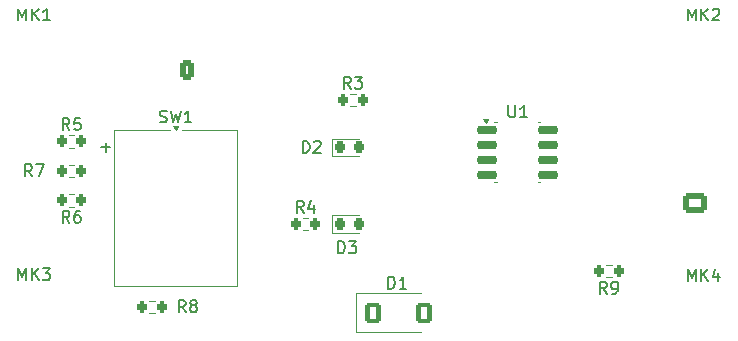
<source format=gto>
%TF.GenerationSoftware,KiCad,Pcbnew,9.0.1*%
%TF.CreationDate,2025-06-09T13:50:40-07:00*%
%TF.ProjectId,chop_battery_board,63686f70-5f62-4617-9474-6572795f626f,rev?*%
%TF.SameCoordinates,Original*%
%TF.FileFunction,Legend,Top*%
%TF.FilePolarity,Positive*%
%FSLAX46Y46*%
G04 Gerber Fmt 4.6, Leading zero omitted, Abs format (unit mm)*
G04 Created by KiCad (PCBNEW 9.0.1) date 2025-06-09 13:50:40*
%MOMM*%
%LPD*%
G01*
G04 APERTURE LIST*
G04 Aperture macros list*
%AMRoundRect*
0 Rectangle with rounded corners*
0 $1 Rounding radius*
0 $2 $3 $4 $5 $6 $7 $8 $9 X,Y pos of 4 corners*
0 Add a 4 corners polygon primitive as box body*
4,1,4,$2,$3,$4,$5,$6,$7,$8,$9,$2,$3,0*
0 Add four circle primitives for the rounded corners*
1,1,$1+$1,$2,$3*
1,1,$1+$1,$4,$5*
1,1,$1+$1,$6,$7*
1,1,$1+$1,$8,$9*
0 Add four rect primitives between the rounded corners*
20,1,$1+$1,$2,$3,$4,$5,0*
20,1,$1+$1,$4,$5,$6,$7,0*
20,1,$1+$1,$6,$7,$8,$9,0*
20,1,$1+$1,$8,$9,$2,$3,0*%
G04 Aperture macros list end*
%ADD10C,0.150000*%
%ADD11C,0.120000*%
%ADD12RoundRect,0.218750X-0.218750X-0.256250X0.218750X-0.256250X0.218750X0.256250X-0.218750X0.256250X0*%
%ADD13RoundRect,0.200000X-0.200000X-0.275000X0.200000X-0.275000X0.200000X0.275000X-0.200000X0.275000X0*%
%ADD14C,3.200000*%
%ADD15R,2.710000X3.400000*%
%ADD16RoundRect,0.150000X-0.737500X-0.150000X0.737500X-0.150000X0.737500X0.150000X-0.737500X0.150000X0*%
%ADD17RoundRect,0.200000X0.200000X0.275000X-0.200000X0.275000X-0.200000X-0.275000X0.200000X-0.275000X0*%
%ADD18RoundRect,0.180556X-0.469444X-0.699444X0.469444X-0.699444X0.469444X0.699444X-0.469444X0.699444X0*%
%ADD19C,1.850000*%
%ADD20R,2.600000X2.600000*%
%ADD21C,2.600000*%
%ADD22RoundRect,0.250000X0.750000X-0.600000X0.750000X0.600000X-0.750000X0.600000X-0.750000X-0.600000X0*%
%ADD23O,2.000000X1.700000*%
%ADD24RoundRect,0.250000X-0.350000X-0.625000X0.350000X-0.625000X0.350000X0.625000X-0.350000X0.625000X0*%
%ADD25O,1.200000X1.750000*%
G04 APERTURE END LIST*
D10*
X170261905Y-117454819D02*
X170261905Y-116454819D01*
X170261905Y-116454819D02*
X170500000Y-116454819D01*
X170500000Y-116454819D02*
X170642857Y-116502438D01*
X170642857Y-116502438D02*
X170738095Y-116597676D01*
X170738095Y-116597676D02*
X170785714Y-116692914D01*
X170785714Y-116692914D02*
X170833333Y-116883390D01*
X170833333Y-116883390D02*
X170833333Y-117026247D01*
X170833333Y-117026247D02*
X170785714Y-117216723D01*
X170785714Y-117216723D02*
X170738095Y-117311961D01*
X170738095Y-117311961D02*
X170642857Y-117407200D01*
X170642857Y-117407200D02*
X170500000Y-117454819D01*
X170500000Y-117454819D02*
X170261905Y-117454819D01*
X171214286Y-116550057D02*
X171261905Y-116502438D01*
X171261905Y-116502438D02*
X171357143Y-116454819D01*
X171357143Y-116454819D02*
X171595238Y-116454819D01*
X171595238Y-116454819D02*
X171690476Y-116502438D01*
X171690476Y-116502438D02*
X171738095Y-116550057D01*
X171738095Y-116550057D02*
X171785714Y-116645295D01*
X171785714Y-116645295D02*
X171785714Y-116740533D01*
X171785714Y-116740533D02*
X171738095Y-116883390D01*
X171738095Y-116883390D02*
X171166667Y-117454819D01*
X171166667Y-117454819D02*
X171785714Y-117454819D01*
X173261905Y-125954819D02*
X173261905Y-124954819D01*
X173261905Y-124954819D02*
X173500000Y-124954819D01*
X173500000Y-124954819D02*
X173642857Y-125002438D01*
X173642857Y-125002438D02*
X173738095Y-125097676D01*
X173738095Y-125097676D02*
X173785714Y-125192914D01*
X173785714Y-125192914D02*
X173833333Y-125383390D01*
X173833333Y-125383390D02*
X173833333Y-125526247D01*
X173833333Y-125526247D02*
X173785714Y-125716723D01*
X173785714Y-125716723D02*
X173738095Y-125811961D01*
X173738095Y-125811961D02*
X173642857Y-125907200D01*
X173642857Y-125907200D02*
X173500000Y-125954819D01*
X173500000Y-125954819D02*
X173261905Y-125954819D01*
X174166667Y-124954819D02*
X174785714Y-124954819D01*
X174785714Y-124954819D02*
X174452381Y-125335771D01*
X174452381Y-125335771D02*
X174595238Y-125335771D01*
X174595238Y-125335771D02*
X174690476Y-125383390D01*
X174690476Y-125383390D02*
X174738095Y-125431009D01*
X174738095Y-125431009D02*
X174785714Y-125526247D01*
X174785714Y-125526247D02*
X174785714Y-125764342D01*
X174785714Y-125764342D02*
X174738095Y-125859580D01*
X174738095Y-125859580D02*
X174690476Y-125907200D01*
X174690476Y-125907200D02*
X174595238Y-125954819D01*
X174595238Y-125954819D02*
X174309524Y-125954819D01*
X174309524Y-125954819D02*
X174214286Y-125907200D01*
X174214286Y-125907200D02*
X174166667Y-125859580D01*
X170333333Y-122524819D02*
X170000000Y-122048628D01*
X169761905Y-122524819D02*
X169761905Y-121524819D01*
X169761905Y-121524819D02*
X170142857Y-121524819D01*
X170142857Y-121524819D02*
X170238095Y-121572438D01*
X170238095Y-121572438D02*
X170285714Y-121620057D01*
X170285714Y-121620057D02*
X170333333Y-121715295D01*
X170333333Y-121715295D02*
X170333333Y-121858152D01*
X170333333Y-121858152D02*
X170285714Y-121953390D01*
X170285714Y-121953390D02*
X170238095Y-122001009D01*
X170238095Y-122001009D02*
X170142857Y-122048628D01*
X170142857Y-122048628D02*
X169761905Y-122048628D01*
X171190476Y-121858152D02*
X171190476Y-122524819D01*
X170952381Y-121477200D02*
X170714286Y-122191485D01*
X170714286Y-122191485D02*
X171333333Y-122191485D01*
X146190476Y-128254819D02*
X146190476Y-127254819D01*
X146190476Y-127254819D02*
X146523809Y-127969104D01*
X146523809Y-127969104D02*
X146857142Y-127254819D01*
X146857142Y-127254819D02*
X146857142Y-128254819D01*
X147333333Y-128254819D02*
X147333333Y-127254819D01*
X147904761Y-128254819D02*
X147476190Y-127683390D01*
X147904761Y-127254819D02*
X147333333Y-127826247D01*
X148238095Y-127254819D02*
X148857142Y-127254819D01*
X148857142Y-127254819D02*
X148523809Y-127635771D01*
X148523809Y-127635771D02*
X148666666Y-127635771D01*
X148666666Y-127635771D02*
X148761904Y-127683390D01*
X148761904Y-127683390D02*
X148809523Y-127731009D01*
X148809523Y-127731009D02*
X148857142Y-127826247D01*
X148857142Y-127826247D02*
X148857142Y-128064342D01*
X148857142Y-128064342D02*
X148809523Y-128159580D01*
X148809523Y-128159580D02*
X148761904Y-128207200D01*
X148761904Y-128207200D02*
X148666666Y-128254819D01*
X148666666Y-128254819D02*
X148380952Y-128254819D01*
X148380952Y-128254819D02*
X148285714Y-128207200D01*
X148285714Y-128207200D02*
X148238095Y-128159580D01*
X147333333Y-119454819D02*
X147000000Y-118978628D01*
X146761905Y-119454819D02*
X146761905Y-118454819D01*
X146761905Y-118454819D02*
X147142857Y-118454819D01*
X147142857Y-118454819D02*
X147238095Y-118502438D01*
X147238095Y-118502438D02*
X147285714Y-118550057D01*
X147285714Y-118550057D02*
X147333333Y-118645295D01*
X147333333Y-118645295D02*
X147333333Y-118788152D01*
X147333333Y-118788152D02*
X147285714Y-118883390D01*
X147285714Y-118883390D02*
X147238095Y-118931009D01*
X147238095Y-118931009D02*
X147142857Y-118978628D01*
X147142857Y-118978628D02*
X146761905Y-118978628D01*
X147666667Y-118454819D02*
X148333333Y-118454819D01*
X148333333Y-118454819D02*
X147904762Y-119454819D01*
X174333333Y-112024819D02*
X174000000Y-111548628D01*
X173761905Y-112024819D02*
X173761905Y-111024819D01*
X173761905Y-111024819D02*
X174142857Y-111024819D01*
X174142857Y-111024819D02*
X174238095Y-111072438D01*
X174238095Y-111072438D02*
X174285714Y-111120057D01*
X174285714Y-111120057D02*
X174333333Y-111215295D01*
X174333333Y-111215295D02*
X174333333Y-111358152D01*
X174333333Y-111358152D02*
X174285714Y-111453390D01*
X174285714Y-111453390D02*
X174238095Y-111501009D01*
X174238095Y-111501009D02*
X174142857Y-111548628D01*
X174142857Y-111548628D02*
X173761905Y-111548628D01*
X174666667Y-111024819D02*
X175285714Y-111024819D01*
X175285714Y-111024819D02*
X174952381Y-111405771D01*
X174952381Y-111405771D02*
X175095238Y-111405771D01*
X175095238Y-111405771D02*
X175190476Y-111453390D01*
X175190476Y-111453390D02*
X175238095Y-111501009D01*
X175238095Y-111501009D02*
X175285714Y-111596247D01*
X175285714Y-111596247D02*
X175285714Y-111834342D01*
X175285714Y-111834342D02*
X175238095Y-111929580D01*
X175238095Y-111929580D02*
X175190476Y-111977200D01*
X175190476Y-111977200D02*
X175095238Y-112024819D01*
X175095238Y-112024819D02*
X174809524Y-112024819D01*
X174809524Y-112024819D02*
X174714286Y-111977200D01*
X174714286Y-111977200D02*
X174666667Y-111929580D01*
X146190476Y-106254819D02*
X146190476Y-105254819D01*
X146190476Y-105254819D02*
X146523809Y-105969104D01*
X146523809Y-105969104D02*
X146857142Y-105254819D01*
X146857142Y-105254819D02*
X146857142Y-106254819D01*
X147333333Y-106254819D02*
X147333333Y-105254819D01*
X147904761Y-106254819D02*
X147476190Y-105683390D01*
X147904761Y-105254819D02*
X147333333Y-105826247D01*
X148857142Y-106254819D02*
X148285714Y-106254819D01*
X148571428Y-106254819D02*
X148571428Y-105254819D01*
X148571428Y-105254819D02*
X148476190Y-105397676D01*
X148476190Y-105397676D02*
X148380952Y-105492914D01*
X148380952Y-105492914D02*
X148285714Y-105540533D01*
X187675595Y-113459819D02*
X187675595Y-114269342D01*
X187675595Y-114269342D02*
X187723214Y-114364580D01*
X187723214Y-114364580D02*
X187770833Y-114412200D01*
X187770833Y-114412200D02*
X187866071Y-114459819D01*
X187866071Y-114459819D02*
X188056547Y-114459819D01*
X188056547Y-114459819D02*
X188151785Y-114412200D01*
X188151785Y-114412200D02*
X188199404Y-114364580D01*
X188199404Y-114364580D02*
X188247023Y-114269342D01*
X188247023Y-114269342D02*
X188247023Y-113459819D01*
X189247023Y-114459819D02*
X188675595Y-114459819D01*
X188961309Y-114459819D02*
X188961309Y-113459819D01*
X188961309Y-113459819D02*
X188866071Y-113602676D01*
X188866071Y-113602676D02*
X188770833Y-113697914D01*
X188770833Y-113697914D02*
X188675595Y-113745533D01*
X202864476Y-128334819D02*
X202864476Y-127334819D01*
X202864476Y-127334819D02*
X203197809Y-128049104D01*
X203197809Y-128049104D02*
X203531142Y-127334819D01*
X203531142Y-127334819D02*
X203531142Y-128334819D01*
X204007333Y-128334819D02*
X204007333Y-127334819D01*
X204578761Y-128334819D02*
X204150190Y-127763390D01*
X204578761Y-127334819D02*
X204007333Y-127906247D01*
X205435904Y-127668152D02*
X205435904Y-128334819D01*
X205197809Y-127287200D02*
X204959714Y-128001485D01*
X204959714Y-128001485D02*
X205578761Y-128001485D01*
X196008333Y-129384819D02*
X195675000Y-128908628D01*
X195436905Y-129384819D02*
X195436905Y-128384819D01*
X195436905Y-128384819D02*
X195817857Y-128384819D01*
X195817857Y-128384819D02*
X195913095Y-128432438D01*
X195913095Y-128432438D02*
X195960714Y-128480057D01*
X195960714Y-128480057D02*
X196008333Y-128575295D01*
X196008333Y-128575295D02*
X196008333Y-128718152D01*
X196008333Y-128718152D02*
X195960714Y-128813390D01*
X195960714Y-128813390D02*
X195913095Y-128861009D01*
X195913095Y-128861009D02*
X195817857Y-128908628D01*
X195817857Y-128908628D02*
X195436905Y-128908628D01*
X196484524Y-129384819D02*
X196675000Y-129384819D01*
X196675000Y-129384819D02*
X196770238Y-129337200D01*
X196770238Y-129337200D02*
X196817857Y-129289580D01*
X196817857Y-129289580D02*
X196913095Y-129146723D01*
X196913095Y-129146723D02*
X196960714Y-128956247D01*
X196960714Y-128956247D02*
X196960714Y-128575295D01*
X196960714Y-128575295D02*
X196913095Y-128480057D01*
X196913095Y-128480057D02*
X196865476Y-128432438D01*
X196865476Y-128432438D02*
X196770238Y-128384819D01*
X196770238Y-128384819D02*
X196579762Y-128384819D01*
X196579762Y-128384819D02*
X196484524Y-128432438D01*
X196484524Y-128432438D02*
X196436905Y-128480057D01*
X196436905Y-128480057D02*
X196389286Y-128575295D01*
X196389286Y-128575295D02*
X196389286Y-128813390D01*
X196389286Y-128813390D02*
X196436905Y-128908628D01*
X196436905Y-128908628D02*
X196484524Y-128956247D01*
X196484524Y-128956247D02*
X196579762Y-129003866D01*
X196579762Y-129003866D02*
X196770238Y-129003866D01*
X196770238Y-129003866D02*
X196865476Y-128956247D01*
X196865476Y-128956247D02*
X196913095Y-128908628D01*
X196913095Y-128908628D02*
X196960714Y-128813390D01*
X150508333Y-115524819D02*
X150175000Y-115048628D01*
X149936905Y-115524819D02*
X149936905Y-114524819D01*
X149936905Y-114524819D02*
X150317857Y-114524819D01*
X150317857Y-114524819D02*
X150413095Y-114572438D01*
X150413095Y-114572438D02*
X150460714Y-114620057D01*
X150460714Y-114620057D02*
X150508333Y-114715295D01*
X150508333Y-114715295D02*
X150508333Y-114858152D01*
X150508333Y-114858152D02*
X150460714Y-114953390D01*
X150460714Y-114953390D02*
X150413095Y-115001009D01*
X150413095Y-115001009D02*
X150317857Y-115048628D01*
X150317857Y-115048628D02*
X149936905Y-115048628D01*
X151413095Y-114524819D02*
X150936905Y-114524819D01*
X150936905Y-114524819D02*
X150889286Y-115001009D01*
X150889286Y-115001009D02*
X150936905Y-114953390D01*
X150936905Y-114953390D02*
X151032143Y-114905771D01*
X151032143Y-114905771D02*
X151270238Y-114905771D01*
X151270238Y-114905771D02*
X151365476Y-114953390D01*
X151365476Y-114953390D02*
X151413095Y-115001009D01*
X151413095Y-115001009D02*
X151460714Y-115096247D01*
X151460714Y-115096247D02*
X151460714Y-115334342D01*
X151460714Y-115334342D02*
X151413095Y-115429580D01*
X151413095Y-115429580D02*
X151365476Y-115477200D01*
X151365476Y-115477200D02*
X151270238Y-115524819D01*
X151270238Y-115524819D02*
X151032143Y-115524819D01*
X151032143Y-115524819D02*
X150936905Y-115477200D01*
X150936905Y-115477200D02*
X150889286Y-115429580D01*
X177501905Y-128954819D02*
X177501905Y-127954819D01*
X177501905Y-127954819D02*
X177740000Y-127954819D01*
X177740000Y-127954819D02*
X177882857Y-128002438D01*
X177882857Y-128002438D02*
X177978095Y-128097676D01*
X177978095Y-128097676D02*
X178025714Y-128192914D01*
X178025714Y-128192914D02*
X178073333Y-128383390D01*
X178073333Y-128383390D02*
X178073333Y-128526247D01*
X178073333Y-128526247D02*
X178025714Y-128716723D01*
X178025714Y-128716723D02*
X177978095Y-128811961D01*
X177978095Y-128811961D02*
X177882857Y-128907200D01*
X177882857Y-128907200D02*
X177740000Y-128954819D01*
X177740000Y-128954819D02*
X177501905Y-128954819D01*
X179025714Y-128954819D02*
X178454286Y-128954819D01*
X178740000Y-128954819D02*
X178740000Y-127954819D01*
X178740000Y-127954819D02*
X178644762Y-128097676D01*
X178644762Y-128097676D02*
X178549524Y-128192914D01*
X178549524Y-128192914D02*
X178454286Y-128240533D01*
X202864476Y-106254819D02*
X202864476Y-105254819D01*
X202864476Y-105254819D02*
X203197809Y-105969104D01*
X203197809Y-105969104D02*
X203531142Y-105254819D01*
X203531142Y-105254819D02*
X203531142Y-106254819D01*
X204007333Y-106254819D02*
X204007333Y-105254819D01*
X204578761Y-106254819D02*
X204150190Y-105683390D01*
X204578761Y-105254819D02*
X204007333Y-105826247D01*
X204959714Y-105350057D02*
X205007333Y-105302438D01*
X205007333Y-105302438D02*
X205102571Y-105254819D01*
X205102571Y-105254819D02*
X205340666Y-105254819D01*
X205340666Y-105254819D02*
X205435904Y-105302438D01*
X205435904Y-105302438D02*
X205483523Y-105350057D01*
X205483523Y-105350057D02*
X205531142Y-105445295D01*
X205531142Y-105445295D02*
X205531142Y-105540533D01*
X205531142Y-105540533D02*
X205483523Y-105683390D01*
X205483523Y-105683390D02*
X204912095Y-106254819D01*
X204912095Y-106254819D02*
X205531142Y-106254819D01*
X150508333Y-123384819D02*
X150175000Y-122908628D01*
X149936905Y-123384819D02*
X149936905Y-122384819D01*
X149936905Y-122384819D02*
X150317857Y-122384819D01*
X150317857Y-122384819D02*
X150413095Y-122432438D01*
X150413095Y-122432438D02*
X150460714Y-122480057D01*
X150460714Y-122480057D02*
X150508333Y-122575295D01*
X150508333Y-122575295D02*
X150508333Y-122718152D01*
X150508333Y-122718152D02*
X150460714Y-122813390D01*
X150460714Y-122813390D02*
X150413095Y-122861009D01*
X150413095Y-122861009D02*
X150317857Y-122908628D01*
X150317857Y-122908628D02*
X149936905Y-122908628D01*
X151365476Y-122384819D02*
X151175000Y-122384819D01*
X151175000Y-122384819D02*
X151079762Y-122432438D01*
X151079762Y-122432438D02*
X151032143Y-122480057D01*
X151032143Y-122480057D02*
X150936905Y-122622914D01*
X150936905Y-122622914D02*
X150889286Y-122813390D01*
X150889286Y-122813390D02*
X150889286Y-123194342D01*
X150889286Y-123194342D02*
X150936905Y-123289580D01*
X150936905Y-123289580D02*
X150984524Y-123337200D01*
X150984524Y-123337200D02*
X151079762Y-123384819D01*
X151079762Y-123384819D02*
X151270238Y-123384819D01*
X151270238Y-123384819D02*
X151365476Y-123337200D01*
X151365476Y-123337200D02*
X151413095Y-123289580D01*
X151413095Y-123289580D02*
X151460714Y-123194342D01*
X151460714Y-123194342D02*
X151460714Y-122956247D01*
X151460714Y-122956247D02*
X151413095Y-122861009D01*
X151413095Y-122861009D02*
X151365476Y-122813390D01*
X151365476Y-122813390D02*
X151270238Y-122765771D01*
X151270238Y-122765771D02*
X151079762Y-122765771D01*
X151079762Y-122765771D02*
X150984524Y-122813390D01*
X150984524Y-122813390D02*
X150936905Y-122861009D01*
X150936905Y-122861009D02*
X150889286Y-122956247D01*
X158166667Y-114836906D02*
X158309524Y-114884525D01*
X158309524Y-114884525D02*
X158547619Y-114884525D01*
X158547619Y-114884525D02*
X158642857Y-114836906D01*
X158642857Y-114836906D02*
X158690476Y-114789286D01*
X158690476Y-114789286D02*
X158738095Y-114694048D01*
X158738095Y-114694048D02*
X158738095Y-114598810D01*
X158738095Y-114598810D02*
X158690476Y-114503572D01*
X158690476Y-114503572D02*
X158642857Y-114455953D01*
X158642857Y-114455953D02*
X158547619Y-114408334D01*
X158547619Y-114408334D02*
X158357143Y-114360715D01*
X158357143Y-114360715D02*
X158261905Y-114313096D01*
X158261905Y-114313096D02*
X158214286Y-114265477D01*
X158214286Y-114265477D02*
X158166667Y-114170239D01*
X158166667Y-114170239D02*
X158166667Y-114075001D01*
X158166667Y-114075001D02*
X158214286Y-113979763D01*
X158214286Y-113979763D02*
X158261905Y-113932144D01*
X158261905Y-113932144D02*
X158357143Y-113884525D01*
X158357143Y-113884525D02*
X158595238Y-113884525D01*
X158595238Y-113884525D02*
X158738095Y-113932144D01*
X159071429Y-113884525D02*
X159309524Y-114884525D01*
X159309524Y-114884525D02*
X159500000Y-114170239D01*
X159500000Y-114170239D02*
X159690476Y-114884525D01*
X159690476Y-114884525D02*
X159928572Y-113884525D01*
X160833333Y-114884525D02*
X160261905Y-114884525D01*
X160547619Y-114884525D02*
X160547619Y-113884525D01*
X160547619Y-113884525D02*
X160452381Y-114027382D01*
X160452381Y-114027382D02*
X160357143Y-114122620D01*
X160357143Y-114122620D02*
X160261905Y-114170239D01*
X153209048Y-117003572D02*
X153970953Y-117003572D01*
X153590000Y-117384525D02*
X153590000Y-116622620D01*
X160333333Y-130954819D02*
X160000000Y-130478628D01*
X159761905Y-130954819D02*
X159761905Y-129954819D01*
X159761905Y-129954819D02*
X160142857Y-129954819D01*
X160142857Y-129954819D02*
X160238095Y-130002438D01*
X160238095Y-130002438D02*
X160285714Y-130050057D01*
X160285714Y-130050057D02*
X160333333Y-130145295D01*
X160333333Y-130145295D02*
X160333333Y-130288152D01*
X160333333Y-130288152D02*
X160285714Y-130383390D01*
X160285714Y-130383390D02*
X160238095Y-130431009D01*
X160238095Y-130431009D02*
X160142857Y-130478628D01*
X160142857Y-130478628D02*
X159761905Y-130478628D01*
X160904762Y-130383390D02*
X160809524Y-130335771D01*
X160809524Y-130335771D02*
X160761905Y-130288152D01*
X160761905Y-130288152D02*
X160714286Y-130192914D01*
X160714286Y-130192914D02*
X160714286Y-130145295D01*
X160714286Y-130145295D02*
X160761905Y-130050057D01*
X160761905Y-130050057D02*
X160809524Y-130002438D01*
X160809524Y-130002438D02*
X160904762Y-129954819D01*
X160904762Y-129954819D02*
X161095238Y-129954819D01*
X161095238Y-129954819D02*
X161190476Y-130002438D01*
X161190476Y-130002438D02*
X161238095Y-130050057D01*
X161238095Y-130050057D02*
X161285714Y-130145295D01*
X161285714Y-130145295D02*
X161285714Y-130192914D01*
X161285714Y-130192914D02*
X161238095Y-130288152D01*
X161238095Y-130288152D02*
X161190476Y-130335771D01*
X161190476Y-130335771D02*
X161095238Y-130383390D01*
X161095238Y-130383390D02*
X160904762Y-130383390D01*
X160904762Y-130383390D02*
X160809524Y-130431009D01*
X160809524Y-130431009D02*
X160761905Y-130478628D01*
X160761905Y-130478628D02*
X160714286Y-130573866D01*
X160714286Y-130573866D02*
X160714286Y-130764342D01*
X160714286Y-130764342D02*
X160761905Y-130859580D01*
X160761905Y-130859580D02*
X160809524Y-130907200D01*
X160809524Y-130907200D02*
X160904762Y-130954819D01*
X160904762Y-130954819D02*
X161095238Y-130954819D01*
X161095238Y-130954819D02*
X161190476Y-130907200D01*
X161190476Y-130907200D02*
X161238095Y-130859580D01*
X161238095Y-130859580D02*
X161285714Y-130764342D01*
X161285714Y-130764342D02*
X161285714Y-130573866D01*
X161285714Y-130573866D02*
X161238095Y-130478628D01*
X161238095Y-130478628D02*
X161190476Y-130431009D01*
X161190476Y-130431009D02*
X161095238Y-130383390D01*
D11*
%TO.C,D2*%
X172727500Y-116265000D02*
X172727500Y-117735000D01*
X172727500Y-117735000D02*
X175012500Y-117735000D01*
X175012500Y-116265000D02*
X172727500Y-116265000D01*
%TO.C,D3*%
X172727500Y-122765000D02*
X172727500Y-124235000D01*
X172727500Y-124235000D02*
X175012500Y-124235000D01*
X175012500Y-122765000D02*
X172727500Y-122765000D01*
%TO.C,R4*%
X170262742Y-122977500D02*
X170737258Y-122977500D01*
X170262742Y-124022500D02*
X170737258Y-124022500D01*
%TO.C,R7*%
X150437742Y-118477500D02*
X150912258Y-118477500D01*
X150437742Y-119522500D02*
X150912258Y-119522500D01*
%TO.C,R3*%
X174262742Y-112477500D02*
X174737258Y-112477500D01*
X174262742Y-113522500D02*
X174737258Y-113522500D01*
%TO.C,U1*%
X186726916Y-114845000D02*
X186487500Y-114845000D01*
X186726916Y-119965000D02*
X186487500Y-119965000D01*
X190148084Y-114845000D02*
X190387500Y-114845000D01*
X190148084Y-119965000D02*
X190387500Y-119965000D01*
X185737500Y-114940000D02*
X185497500Y-114610000D01*
X185977500Y-114610000D01*
X185737500Y-114940000D01*
G36*
X185737500Y-114940000D02*
G01*
X185497500Y-114610000D01*
X185977500Y-114610000D01*
X185737500Y-114940000D01*
G37*
%TO.C,R9*%
X196412258Y-126977500D02*
X195937742Y-126977500D01*
X196412258Y-128022500D02*
X195937742Y-128022500D01*
%TO.C,R5*%
X150437742Y-115977500D02*
X150912258Y-115977500D01*
X150437742Y-117022500D02*
X150912258Y-117022500D01*
%TO.C,D1*%
X174730000Y-129350000D02*
X174730000Y-132650000D01*
X174730000Y-129350000D02*
X180240000Y-129350000D01*
X174730000Y-132650000D02*
X180240000Y-132650000D01*
%TO.C,R6*%
X150912258Y-120977500D02*
X150437742Y-120977500D01*
X150912258Y-122022500D02*
X150437742Y-122022500D01*
%TO.C,SW1*%
X154290000Y-115559706D02*
X154290000Y-128779706D01*
X154290000Y-128779706D02*
X164710000Y-128779706D01*
X158992000Y-115559706D02*
X154290000Y-115559706D01*
X164710000Y-115559706D02*
X160008000Y-115559706D01*
X164710000Y-128779706D02*
X164710000Y-115559706D01*
X159500000Y-115559706D02*
X159300000Y-115220295D01*
X159700000Y-115220295D01*
X159500000Y-115559706D01*
G36*
X159500000Y-115559706D02*
G01*
X159300000Y-115220295D01*
X159700000Y-115220295D01*
X159500000Y-115559706D01*
G37*
%TO.C,R8*%
X157262742Y-129977500D02*
X157737258Y-129977500D01*
X157262742Y-131022500D02*
X157737258Y-131022500D01*
%TD*%
%LPC*%
D12*
%TO.C,D2*%
X173425000Y-117000000D03*
X175000000Y-117000000D03*
%TD*%
%TO.C,D3*%
X173425000Y-123500000D03*
X175000000Y-123500000D03*
%TD*%
D13*
%TO.C,R4*%
X169675000Y-123500000D03*
X171325000Y-123500000D03*
%TD*%
D14*
%TO.C,MK3*%
X147500000Y-132000000D03*
%TD*%
D13*
%TO.C,R7*%
X149850000Y-119000000D03*
X151500000Y-119000000D03*
%TD*%
%TO.C,R3*%
X173675000Y-113000000D03*
X175325000Y-113000000D03*
%TD*%
D14*
%TO.C,MK1*%
X147500000Y-110000000D03*
%TD*%
D15*
%TO.C,U1*%
X188437500Y-117405000D03*
D16*
X185875000Y-115500000D03*
X185875000Y-116770000D03*
X185875000Y-118040000D03*
X185875000Y-119310000D03*
X191000000Y-119310000D03*
X191000000Y-118040000D03*
X191000000Y-116770000D03*
X191000000Y-115500000D03*
%TD*%
D14*
%TO.C,MK4*%
X204174000Y-132080000D03*
%TD*%
D17*
%TO.C,R9*%
X197000000Y-127500000D03*
X195350000Y-127500000D03*
%TD*%
D13*
%TO.C,R5*%
X149850000Y-116500000D03*
X151500000Y-116500000D03*
%TD*%
D18*
%TO.C,D1*%
X176240000Y-131000000D03*
X180500000Y-131000000D03*
%TD*%
D14*
%TO.C,MK2*%
X204174000Y-110000000D03*
%TD*%
D17*
%TO.C,R6*%
X151500000Y-121500000D03*
X149850000Y-121500000D03*
%TD*%
D19*
%TO.C,SW1*%
X157085000Y-117429706D03*
X157085000Y-122129706D03*
X157085000Y-126829706D03*
X161915000Y-126829706D03*
X161915000Y-122129706D03*
X161915000Y-117429706D03*
%TD*%
D13*
%TO.C,R8*%
X156675000Y-130500000D03*
X158325000Y-130500000D03*
%TD*%
D20*
%TO.C,J1*%
X189250000Y-125300000D03*
D21*
X189250000Y-131300000D03*
X184550000Y-128300000D03*
%TD*%
D22*
%TO.C,J14*%
X203467500Y-121750000D03*
D23*
X203467500Y-119250000D03*
%TD*%
D24*
%TO.C,J13*%
X160500000Y-110450000D03*
D25*
X162500000Y-110450000D03*
%TD*%
%LPD*%
M02*

</source>
